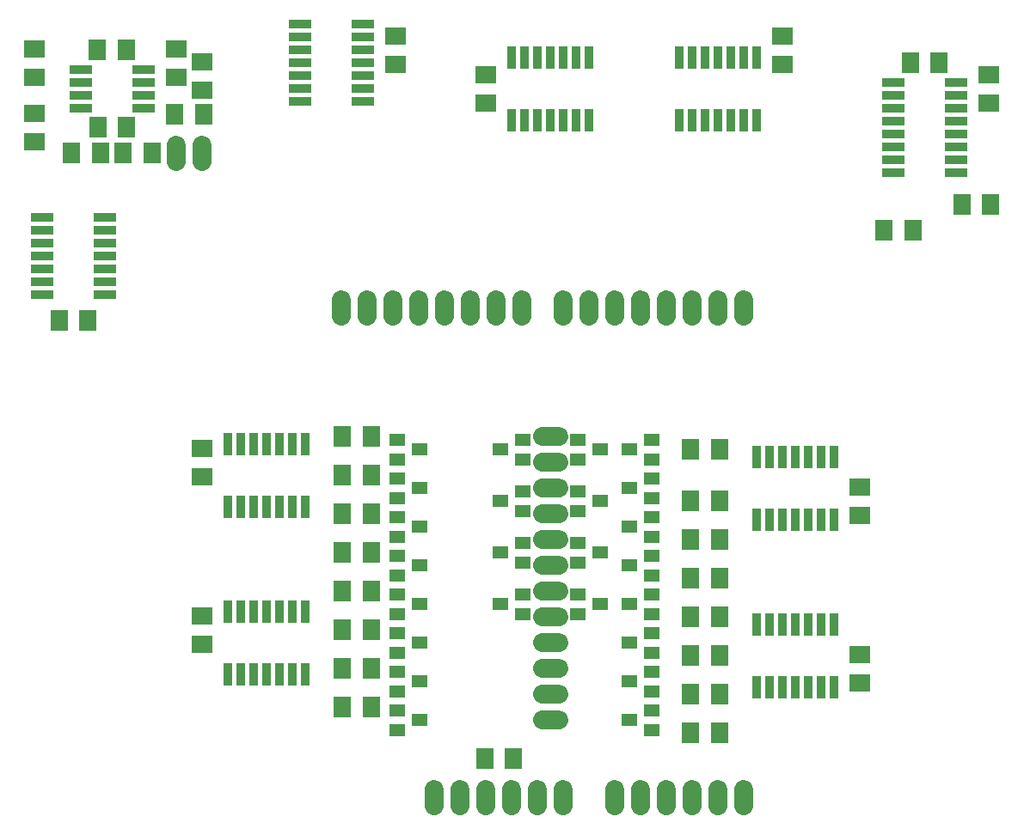
<source format=gts>
G75*
G70*
%OFA0B0*%
%FSLAX24Y24*%
%IPPOS*%
%LPD*%
%AMOC8*
5,1,8,0,0,1.08239X$1,22.5*
%
%ADD10R,0.0880X0.0340*%
%ADD11R,0.0790X0.0710*%
%ADD12R,0.0710X0.0790*%
%ADD13R,0.0631X0.0474*%
%ADD14R,0.0710X0.0789*%
%ADD15R,0.0340X0.0880*%
%ADD16R,0.0789X0.0710*%
%ADD17C,0.0720*%
D10*
X001512Y021054D03*
X001512Y021554D03*
X001512Y022054D03*
X001512Y022554D03*
X001512Y023054D03*
X001512Y023554D03*
X001512Y024054D03*
X003932Y024054D03*
X003932Y023554D03*
X003932Y023054D03*
X003932Y022554D03*
X003932Y022054D03*
X003932Y021554D03*
X003932Y021054D03*
X003012Y028304D03*
X003012Y028804D03*
X003012Y029304D03*
X003012Y029804D03*
X005432Y029804D03*
X005432Y029304D03*
X005432Y028804D03*
X005432Y028304D03*
X011512Y028554D03*
X011512Y029054D03*
X011512Y029554D03*
X011512Y030054D03*
X011512Y030554D03*
X011512Y031054D03*
X011512Y031554D03*
X013932Y031554D03*
X013932Y031054D03*
X013932Y030554D03*
X013932Y030054D03*
X013932Y029554D03*
X013932Y029054D03*
X013932Y028554D03*
X034512Y028304D03*
X034512Y027804D03*
X034512Y027304D03*
X034512Y026804D03*
X034512Y026304D03*
X034512Y025804D03*
X036932Y025804D03*
X036932Y026304D03*
X036932Y026804D03*
X036932Y027304D03*
X036932Y027804D03*
X036932Y028304D03*
X036932Y028804D03*
X036932Y029304D03*
X034512Y029304D03*
X034512Y028804D03*
D11*
X038222Y028494D03*
X038222Y029614D03*
X007722Y030114D03*
X006722Y030614D03*
X006722Y029494D03*
X007722Y028994D03*
X001222Y029494D03*
X001222Y030614D03*
X001222Y028114D03*
X001222Y026994D03*
D12*
X002662Y026554D03*
X003782Y026554D03*
X004662Y026554D03*
X005782Y026554D03*
X006662Y028054D03*
X007782Y028054D03*
X004782Y030554D03*
X003662Y030554D03*
X013162Y015554D03*
X014282Y015554D03*
X014282Y014054D03*
X013162Y014054D03*
X013162Y012554D03*
X014282Y012554D03*
X014282Y011054D03*
X013162Y011054D03*
X013162Y009554D03*
X014282Y009554D03*
X014282Y008054D03*
X013162Y008054D03*
X013162Y006554D03*
X014282Y006554D03*
X014282Y005054D03*
X013162Y005054D03*
X026662Y005554D03*
X027782Y005554D03*
X027782Y004054D03*
X026662Y004054D03*
X026662Y007054D03*
X027782Y007054D03*
X027782Y008554D03*
X026662Y008554D03*
X026662Y010054D03*
X027782Y010054D03*
X027782Y011554D03*
X026662Y011554D03*
X026662Y013054D03*
X027782Y013054D03*
X027782Y015054D03*
X026662Y015054D03*
X034162Y023554D03*
X035282Y023554D03*
D13*
X025155Y015428D03*
X024289Y015054D03*
X025155Y014680D03*
X025155Y013928D03*
X025155Y013180D03*
X025155Y012428D03*
X024289Y012054D03*
X025155Y011680D03*
X025155Y010928D03*
X025155Y010180D03*
X024289Y010554D03*
X023155Y011054D03*
X022289Y010680D03*
X022289Y011428D03*
X022289Y012680D03*
X023155Y013054D03*
X022289Y013428D03*
X022289Y014680D03*
X023155Y015054D03*
X022289Y015428D03*
X020155Y015428D03*
X019289Y015054D03*
X020155Y014680D03*
X020155Y013428D03*
X019289Y013054D03*
X020155Y012680D03*
X020155Y011428D03*
X020155Y010680D03*
X019289Y011054D03*
X020155Y009428D03*
X020155Y008680D03*
X019289Y009054D03*
X022289Y008680D03*
X022289Y009428D03*
X023155Y009054D03*
X024289Y009054D03*
X025155Y008680D03*
X025155Y009428D03*
X025155Y007928D03*
X024289Y007554D03*
X025155Y007180D03*
X025155Y006428D03*
X025155Y005680D03*
X025155Y004928D03*
X024289Y004554D03*
X025155Y004180D03*
X024289Y006054D03*
X016155Y006054D03*
X015289Y005680D03*
X015289Y006428D03*
X015289Y007180D03*
X016155Y007554D03*
X015289Y007928D03*
X015289Y008680D03*
X015289Y009428D03*
X016155Y009054D03*
X015289Y010180D03*
X015289Y010928D03*
X015289Y011680D03*
X016155Y012054D03*
X015289Y012428D03*
X015289Y013180D03*
X015289Y013928D03*
X015289Y014680D03*
X016155Y015054D03*
X015289Y015428D03*
X016155Y013554D03*
X016155Y010554D03*
X015289Y004928D03*
X016155Y004554D03*
X015289Y004180D03*
X024289Y013554D03*
D14*
X019773Y003054D03*
X018671Y003054D03*
X003273Y020054D03*
X002171Y020054D03*
X003671Y027554D03*
X004773Y027554D03*
X035171Y030054D03*
X036273Y030054D03*
X037171Y024554D03*
X038273Y024554D03*
D15*
X008722Y006344D03*
X009222Y006344D03*
X009722Y006344D03*
X010222Y006344D03*
X010722Y006344D03*
X011222Y006344D03*
X011722Y006344D03*
X011722Y008764D03*
X011222Y008764D03*
X010722Y008764D03*
X010222Y008764D03*
X009722Y008764D03*
X009222Y008764D03*
X008722Y008764D03*
X008722Y012844D03*
X009222Y012844D03*
X009722Y012844D03*
X010222Y012844D03*
X010722Y012844D03*
X011222Y012844D03*
X011722Y012844D03*
X011722Y015264D03*
X011222Y015264D03*
X010722Y015264D03*
X010222Y015264D03*
X009722Y015264D03*
X009222Y015264D03*
X008722Y015264D03*
X019722Y027844D03*
X020222Y027844D03*
X020722Y027844D03*
X021222Y027844D03*
X021722Y027844D03*
X022222Y027844D03*
X022722Y027844D03*
X022722Y030264D03*
X022222Y030264D03*
X021722Y030264D03*
X021222Y030264D03*
X020722Y030264D03*
X020222Y030264D03*
X019722Y030264D03*
X026222Y030264D03*
X026722Y030264D03*
X027222Y030264D03*
X027722Y030264D03*
X028222Y030264D03*
X028722Y030264D03*
X029222Y030264D03*
X029222Y027844D03*
X028722Y027844D03*
X028222Y027844D03*
X027722Y027844D03*
X027222Y027844D03*
X026722Y027844D03*
X026222Y027844D03*
X029222Y014764D03*
X029722Y014764D03*
X030222Y014764D03*
X030722Y014764D03*
X031222Y014764D03*
X031722Y014764D03*
X032222Y014764D03*
X032222Y012344D03*
X031722Y012344D03*
X031222Y012344D03*
X030722Y012344D03*
X030222Y012344D03*
X029722Y012344D03*
X029222Y012344D03*
X029222Y008264D03*
X029722Y008264D03*
X030222Y008264D03*
X030722Y008264D03*
X031222Y008264D03*
X031722Y008264D03*
X032222Y008264D03*
X032222Y005844D03*
X031722Y005844D03*
X031222Y005844D03*
X030722Y005844D03*
X030222Y005844D03*
X029722Y005844D03*
X029222Y005844D03*
D16*
X033222Y006003D03*
X033222Y007106D03*
X033222Y012503D03*
X033222Y013606D03*
X018722Y028503D03*
X018722Y029606D03*
X015222Y030003D03*
X015222Y031106D03*
X030222Y031106D03*
X030222Y030003D03*
X007722Y015106D03*
X007722Y014003D03*
X007722Y008606D03*
X007722Y007503D03*
D17*
X016722Y001874D02*
X016722Y001234D01*
X017722Y001234D02*
X017722Y001874D01*
X018722Y001874D02*
X018722Y001234D01*
X019722Y001234D02*
X019722Y001874D01*
X020722Y001874D02*
X020722Y001234D01*
X021722Y001234D02*
X021722Y001874D01*
X023722Y001874D02*
X023722Y001234D01*
X024722Y001234D02*
X024722Y001874D01*
X025722Y001874D02*
X025722Y001234D01*
X026722Y001234D02*
X026722Y001874D01*
X027722Y001874D02*
X027722Y001234D01*
X028722Y001234D02*
X028722Y001874D01*
X021542Y004554D02*
X020902Y004554D01*
X020902Y005554D02*
X021542Y005554D01*
X021542Y006554D02*
X020902Y006554D01*
X020902Y007554D02*
X021542Y007554D01*
X021542Y008554D02*
X020902Y008554D01*
X020902Y009554D02*
X021542Y009554D01*
X021542Y010554D02*
X020902Y010554D01*
X020902Y011554D02*
X021542Y011554D01*
X021542Y012554D02*
X020902Y012554D01*
X020902Y013554D02*
X021542Y013554D01*
X021542Y014554D02*
X020902Y014554D01*
X020902Y015554D02*
X021542Y015554D01*
X021722Y020234D02*
X021722Y020874D01*
X022722Y020874D02*
X022722Y020234D01*
X023722Y020234D02*
X023722Y020874D01*
X024722Y020874D02*
X024722Y020234D01*
X025722Y020234D02*
X025722Y020874D01*
X026722Y020874D02*
X026722Y020234D01*
X027722Y020234D02*
X027722Y020874D01*
X028722Y020874D02*
X028722Y020234D01*
X020122Y020234D02*
X020122Y020874D01*
X019122Y020874D02*
X019122Y020234D01*
X018122Y020234D02*
X018122Y020874D01*
X017122Y020874D02*
X017122Y020234D01*
X016122Y020234D02*
X016122Y020874D01*
X015122Y020874D02*
X015122Y020234D01*
X014122Y020234D02*
X014122Y020874D01*
X013122Y020874D02*
X013122Y020234D01*
X007722Y026234D02*
X007722Y026874D01*
X006722Y026874D02*
X006722Y026234D01*
M02*

</source>
